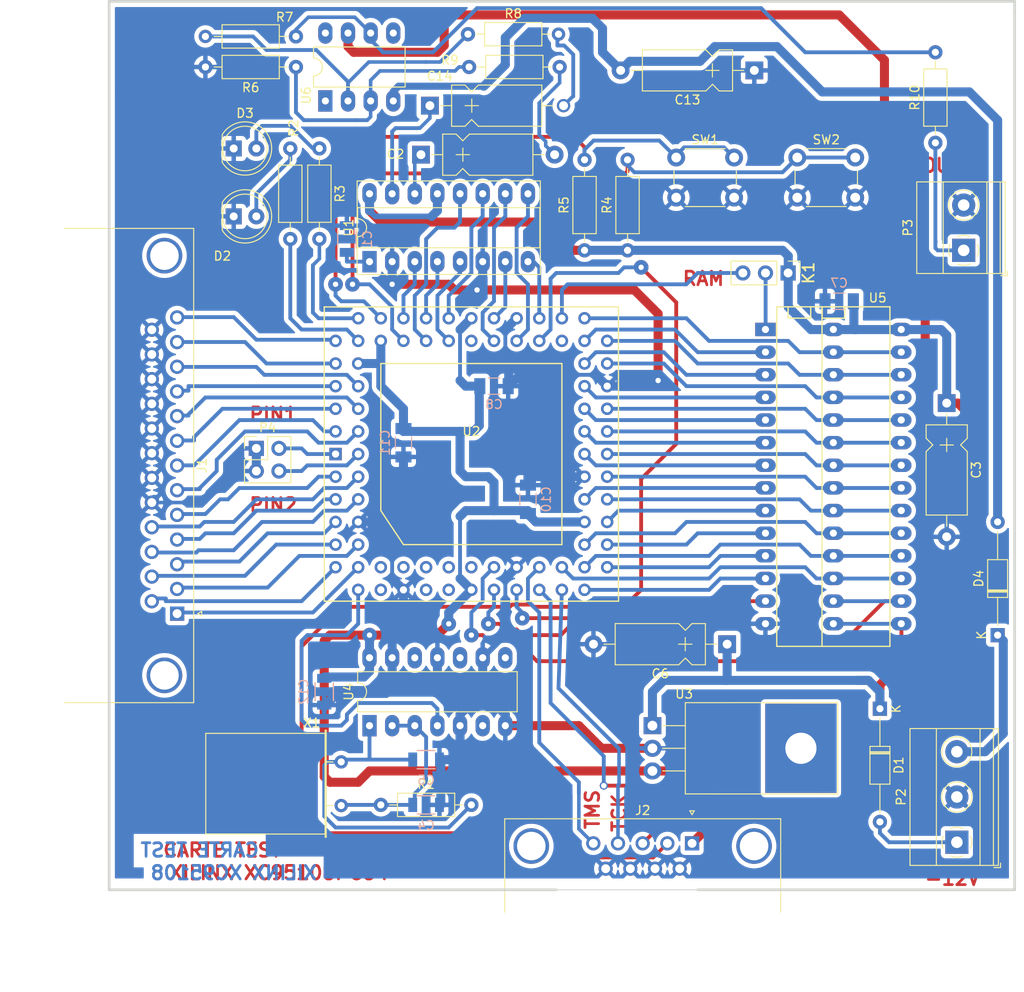
<source format=kicad_pcb>
(kicad_pcb (version 20210228) (generator pcbnew)
  (title_block (title "CARTE TEST XILINX XC95108") (rev "0"))
  (layers (0 "F.Cu" signal) (31 "B.Cu" signal) (34 "B.Paste" user) (35 "F.Paste" user) (36 "B.SilkS" user "B.Silkscreen") (37 "F.SilkS" user "F.Silkscreen") (38 "B.Mask" user) (39 "F.Mask" user) (44 "Edge.Cuts" user))
  (net 0 "")
  (net 1 "+12V")
  (net 2 "-12V")
  (net 3 "/CSMEM")
  (net 4 "/DAT0")
  (net 5 "/DAT1")
  (net 6 "/DAT2")
  (net 7 "/DAT3")
  (net 8 "/DAT4")
  (net 9 "/DAT5")
  (net 10 "/DAT6")
  (net 11 "/DAT7")
  (net 12 "/DCLK")
  (net 13 "/LED1")
  (net 14 "/LED2")
  (net 15 "/MA0")
  (net 16 "/MA1")
  (net 17 "/MA2")
  (net 18 "/MA3")
  (net 19 "/MA4")
  (net 20 "/MA5")
  (net 21 "/MA6")
  (net 22 "/MA7")
  (net 23 "/MD0")
  (net 24 "/MD1")
  (net 25 "/MD10")
  (net 26 "/MD11")
  (net 27 "/MD12")
  (net 28 "/MD13")
  (net 29 "/MD14")
  (net 30 "/MD2")
  (net 31 "/MD3")
  (net 32 "/MD4")
  (net 33 "/MD5")
  (net 34 "/MD6")
  (net 35 "/MD7")
  (net 36 "/MD8")
  (net 37 "/MD9")
  (net 38 "/OEMEM")
  (net 39 "/PARBUS0")
  (net 40 "/PARBUS1")
  (net 41 "/PARBUS2")
  (net 42 "/PARBUS3")
  (net 43 "/PARBUS4")
  (net 44 "/PARBUS5")
  (net 45 "/PARBUS6")
  (net 46 "/PARBUS7")
  (net 47 "/PAR_AUX0{slash}STROBE*")
  (net 48 "/PAR_AUX6{slash}ACK")
  (net 49 "/PAR_AUX5{slash}BUSY*")
  (net 50 "/PAR_AUX4{slash}PE")
  (net 51 "/PAR_AUX3{slash}SELECT*")
  (net 52 "/PAR_AUX2{slash}AUTOLF*")
  (net 53 "/PAR_AUX1{slash}ERROR*")
  (net 54 "/PAR_AUX7{slash}INIT")
  (net 55 "/PAR_AUX8{slash}SELECT")
  (net 56 "/PIN_TEST0")
  (net 57 "/PIN_TEST1")
  (net 58 "/XIN{slash}CLK")
  (net 59 "/SW0")
  (net 60 "/SW1")
  (net 61 "/TCK")
  (net 62 "/TDI")
  (net 63 "/TDO")
  (net 64 "/TMS")
  (net 66 "GND")
  (net 67 "Net-(C1-Pad1)")
  (net 68 "Net-(C14-Pad1)")
  (net 69 "Net-(C14-Pad2)")
  (net 70 "Net-(C2-Pad1)")
  (net 71 "Net-(C2-Pad2)")
  (net 72 "Net-(C4-Pad1)")
  (net 73 "Net-(C5-Pad1)")
  (net 74 "Net-(K1-Pad2)")
  (net 75 "Net-(P3-Pad1)")
  (net 76 "Net-(R10-Pad2)")
  (net 77 "Net-(R6-Pad1)")
  (net 78 "Net-(R7-Pad2)")
  (net 79 "VCC")
  (net 80 "/+12BATT")
  (net 81 "/-12BATT")
  (net 82 "Net-(D2-Pad2)")
  (net 83 "Net-(D3-Pad2)")
  (net 91 "/R{slash}W-A14")
  (footprint "Diode_THT:D_DO-35_SOD27_P12.70mm_Horizontal" (layer "F.Cu") (at 181.102 115.57 -90)
    (fp_text reference "D1")
    (fp_text value "1N4004")
  )
  (footprint "Diode_THT:D_DO-35_SOD27_P12.70mm_Horizontal" (layer "F.Cu") (at 194.31 107.315 90)
    (fp_text reference "D4")
    (fp_text value "1N4004")
  )
  (footprint "Button_Switch_THT:SW_PUSH_6mm_h4.3mm" (layer "F.Cu") (at 158.242 53.721)
    (fp_text reference "SW1")
    (fp_text value "SW_PUSH")
  )
  (footprint "Sockets:PLCC84" (layer "F.Cu") (at 135.255 86.995)
    (fp_text reference "U2")
    (fp_text value "XC95108PC84")
  )
  (footprint "Package_DIP:DIP-14_W7.62mm_LongPads" (layer "F.Cu") (at 123.825 117.475 90)
    (fp_text reference "U4")
    (fp_text value "74HC04")
  )
  (footprint "Connector_PinHeader_2.54mm:PinHeader_2x02_P2.54mm_Vertical" (layer "F.Cu") (at 111.125 86.36)
    (fp_text reference "P4")
    (fp_text value "CONN_2X2")
  )
  (footprint "Connector_PinHeader_2.54mm:PinHeader_1x03_P2.54mm_Vertical" (layer "F.Cu") (at 170.8 66.675 -90)
    (fp_text reference "K1")
    (fp_text value "CONN_3" hide)
  )
  (footprint "Resistor_THT:R_Axial_DIN0207_L6.3mm_D2.5mm_P10.16mm_Horizontal" (layer "F.Cu") (at 114.935 52.705 -90)
    (fp_text reference "R2")
    (fp_text value "330")
  )
  (footprint "Resistor_THT:R_Axial_DIN0207_L6.3mm_D2.5mm_P10.16mm_Horizontal" (layer "F.Cu") (at 134.874 39.878)
    (fp_text reference "R8")
    (fp_text value "2,2K")
  )
  (footprint "Resistor_THT:R_Axial_DIN0207_L6.3mm_D2.5mm_P10.16mm_Horizontal" (layer "F.Cu") (at 187.325 52.07 90)
    (fp_text reference "R10")
    (fp_text value "75")
  )
  (footprint "Resistor_THT:R_Axial_DIN0207_L6.3mm_D2.5mm_P10.16mm_Horizontal" (layer "F.Cu") (at 135.001 43.561)
    (fp_text reference "R9")
    (fp_text value "2,2K")
  )
  (footprint "Resistor_THT:R_Axial_DIN0207_L6.3mm_D2.5mm_P10.16mm_Horizontal" (layer "F.Cu") (at 125.095 126.365)
    (fp_text reference "R1")
    (fp_text value "100K")
  )
  (footprint "Resistor_THT:R_Axial_DIN0207_L6.3mm_D2.5mm_P10.16mm_Horizontal" (layer "F.Cu") (at 147.955 64.135 90)
    (fp_text reference "R5")
    (fp_text value "4,7K")
  )
  (footprint "Resistor_THT:R_Axial_DIN0207_L6.3mm_D2.5mm_P10.16mm_Horizontal" (layer "F.Cu") (at 115.57 43.561 180)
    (fp_text reference "R6")
    (fp_text value "1,1k")
  )
  (footprint "Resistor_THT:R_Axial_DIN0207_L6.3mm_D2.5mm_P10.16mm_Horizontal" (layer "F.Cu") (at 118.2 52.7 -90)
    (fp_text reference "R3")
    (fp_text value "330")
  )
  (footprint "Package_DIP:DIP-16_W7.62mm_Socket_LongPads" (layer "F.Cu") (at 123.825 65.405 90)
    (fp_text reference "U1")
    (fp_text value "TDA8702")
  )
  (footprint "Crystal:Crystal_HC18-U_Horizontal" (layer "F.Cu") (at 120.65 121.539 -90)
    (fp_text reference "X1")
    (fp_text value "10MHz")
  )
  (footprint "Resistor_THT:R_Axial_DIN0207_L6.3mm_D2.5mm_P10.16mm_Horizontal" (layer "F.Cu") (at 152.781 64.135 90)
    (fp_text reference "R4")
    (fp_text value "4,7K")
  )
  (footprint "Resistor_THT:R_Axial_DIN0207_L6.3mm_D2.5mm_P10.16mm_Horizontal" (layer "F.Cu") (at 115.57 40.132 180)
    (fp_text reference "R7")
    (fp_text value "1,1K")
  )
  (footprint "LED_THT:LED_D5.0mm" (layer "F.Cu") (at 108.585 52.705)
    (fp_text reference "D3")
    (fp_text value "LED")
  )
  (footprint "LED_THT:LED_D5.0mm" (layer "F.Cu") (at 108.585 60.325)
    (fp_text reference "D2")
    (fp_text value "LED")
  )
  (footprint "Package_DIP:DIP-8_W7.62mm_LongPads" (layer "F.Cu") (at 118.872 47.371 90)
    (fp_text reference "U6")
    (fp_text value "LM318N")
  )
  (footprint "Connector_Dsub:DSUB-25_Female_Horizontal_P2.77x2.84mm_EdgePinOffset9.90mm_Housed_MountingHolesOffset11.32mm" (layer "F.Cu") (at 102.235 104.902 -90)
    (fp_text reference "J1")
    (fp_text value "DB25")
  )
  (footprint "Package_TO_SOT_THT:TO-220-3_Horizontal_TabDown" (layer "F.Cu") (at 155.575 117.475 -90)
    (fp_text reference "U3")
    (fp_text value "LM7805")
  )
  (footprint "Connector_Dsub:DSUB-9_Female_Horizontal_P2.77x2.84mm_EdgePinOffset4.94mm_Housed_MountingHolesOffset7.48mm" (layer "F.Cu") (at 160.02 130.683)
    (fp_text reference "J2")
    (fp_text value "DB9FEM")
  )
  (footprint "TerminalBlock_Phoenix:TerminalBlock_Phoenix_MKDS-1,5-3-5.08_1x03_P5.08mm_Horizontal" (layer "F.Cu") (at 189.738 130.556 90)
    (fp_text reference "P2")
    (fp_text value "CONN_3")
  )
  (footprint "TerminalBlock_Phoenix:TerminalBlock_Phoenix_MKDS-1,5-2-5.08_1x02_P5.08mm_Horizontal" (layer "F.Cu") (at 190.5 64.135 90)
    (fp_text reference "P3")
    (fp_text value "CONN_2")
  )
  (footprint "Capacitor_THT:CP_Axial_L10.0mm_D4.5mm_P15.00mm_Horizontal" (layer "F.Cu") (at 167.005 43.942 180)
    (fp_text reference "C13")
    (fp_text value "10uF")
  )
  (footprint "Capacitor_THT:CP_Axial_L10.0mm_D4.5mm_P15.00mm_Horizontal" (layer "F.Cu") (at 163.957 108.331 180)
    (fp_text reference "C6")
    (fp_text value "47uF")
  )
  (footprint "Capacitor_THT:CP_Axial_L10.0mm_D4.5mm_P15.00mm_Horizontal" (layer "F.Cu") (at 188.595 81.28 -90)
    (fp_text reference "C3")
    (fp_text value "10uF")
  )
  (footprint "Capacitor_THT:CP_Axial_L10.0mm_D4.5mm_P15.00mm_Horizontal" (layer "F.Cu") (at 129.6 53.4)
    (fp_text reference "C2")
    (fp_text value "10uF")
  )
  (footprint "Button_Switch_THT:SW_PUSH_6mm_h4.3mm" (layer "F.Cu") (at 171.831 53.721)
    (fp_text reference "SW2")
    (fp_text value "SW_PUSH")
  )
  (footprint "Sockets_DIP:DIP-28__300__600_ELL" (layer "F.Cu") (at 168.275 73.025)
    (fp_text reference "U5")
    (fp_text value "RAM_32KO")
  )
  (footprint "Capacitor_THT:CP_Axial_L10.0mm_D4.5mm_P15.00mm_Horizontal" (layer "F.Cu") (at 130.6 47.9)
    (fp_text reference "C14")
    (fp_text value "10uF")
  )
  (footprint "Capacitors_SMD:C_1206" (layer "B.Cu") (at 121.285 62.865 90)
    (fp_text reference "C1")
    (fp_text value "100nF")
  )
  (footprint "Capacitors_SMD:C_1206" (layer "B.Cu") (at 130.175 126.365)
    (fp_text reference "C4")
    (fp_text value "22pF")
  )
  (footprint "Capacitors_SMD:C_1206" (layer "B.Cu") (at 130.175 121.285)
    (fp_text reference "C5")
    (fp_text value "22pF")
  )
  (footprint "Capacitors_SMD:C_1206" (layer "B.Cu") (at 118.745 113.665 -90)
    (fp_text reference "C12")
    (fp_text value "100nF")
  )
  (footprint "Capacitor_SMD:C_1206_3216Metric_Pad1.24x1.80mm_HandSolder" (layer "B.Cu") (at 127.635 85.725 -90)
    (fp_text reference "C11")
    (fp_text value "100nF")
  )
  (footprint "Capacitor_SMD:C_1206_3216Metric_Pad1.24x1.80mm_HandSolder" (layer "B.Cu") (at 141.605 92.075 90)
    (fp_text reference "C10")
    (fp_text value "100nF")
  )
  (footprint "Capacitor_SMD:C_1206_3216Metric_Pad1.24x1.80mm_HandSolder" (layer "B.Cu") (at 137.795 79.375)
    (fp_text reference "C8")
    (fp_text value "100nF")
  )
  (footprint "Capacitor_SMD:C_1206_3216Metric_Pad1.24x1.80mm_HandSolder" (layer "B.Cu") (at 176.53 69.85 180)
    (fp_text reference "C7")
    (fp_text value "100nF")
  )
  (gr_line (start 196.215 37.465) (end 196.215 36.195) (angle 90) (layer "Edge.Cuts") (width 0.3048))
  (gr_line (start 94.615 46.355) (end 94.615 53.975) (angle 90) (layer "Edge.Cuts") (width 0.3048))
  (gr_line (start 196.215 36.195) (end 94.615 36.195) (angle 90) (layer "Edge.Cuts") (width 0.3048))
  (gr_line (start 196.215 135.89) (end 194.945 135.89) (angle 90) (layer "Edge.Cuts") (width 0.3048))
  (gr_line (start 160.655 135.89) (end 192.405 135.89) (angle 90) (layer "Edge.Cuts") (width 0.3048))
  (gr_line (start 94.615 53.975) (end 94.615 132.715) (angle 90) (layer "Edge.Cuts") (width 0.3048))
  (gr_line (start 94.615 132.715) (end 94.615 133.985) (angle 90) (layer "Edge.Cuts") (width 0.3048))
  (gr_line (start 94.615 36.195) (end 94.615 46.355) (angle 90) (layer "Edge.Cuts") (width 0.3048))
  (gr_line (start 192.405 135.89) (end 194.945 135.89) (angle 90) (layer "Edge.Cuts") (width 0.3048))
  (gr_line (start 196.215 37.465) (end 196.215 135.89) (angle 90) (layer "Edge.Cuts") (width 0.3048))
  (gr_line (start 94.615 133.985) (end 94.615 135.89) (angle 90) (layer "Edge.Cuts") (width 0.3048))
  (gr_line (start 94.615 135.89) (end 144.78 135.89) (angle 90) (layer "Edge.Cuts") (width 0.3048))
  (gr_line (start 144.78 135.89) (end 160.655 135.89) (angle 90) (layer "Edge.Cuts") (width 0.1))
  (gr_text "TCK" (at 151.83866 127.254 90) (layer "F.Cu") (effects (font (size 1.524 1.524) (thickness 0.3048))))
  (gr_text "XILINX XC95108PC84" (at 113.665 133.985) (layer "F.Cu") (effects (font (size 1.524 1.524) (thickness 0.3048))))
  (gr_text "ROM" (at 176.53 67.31) (layer "F.Cu") (effects (font (size 1.524 1.524) (thickness 0.3048))))
  (gr_text "GND" (at 187.325 68.58) (layer "F.Cu") (effects (font (size 1.524 1.524) (thickness 0.3048))))
  (gr_text "GND" (at 183.388 124.841 90) (layer "F.Cu") (effects (font (size 1.524 1.524) (thickness 0.3048))))
  (gr_text "VOUT" (at 187.325 54.61) (layer "F.Cu") (effects (font (size 1.524 1.524) (thickness 0.3048))))
  (gr_text "VCC" (at 160.02 126.873 90) (layer "F.Cu") (effects (font (size 1.524 1.524) (thickness 0.3048))))
  (gr_text "PIN1" (at 113.03 82.55) (layer "F.Cu") (effects (font (size 1.524 1.524) (thickness 0.3048))))
  (gr_text "TDO" (at 157.55366 126.873 90) (layer "F.Cu") (effects (font (size 1.524 1.524) (thickness 0.3048))))
  (gr_text "TMS" (at 148.844 126.873 90) (layer "F.Cu") (effects (font (size 1.524 1.524) (thickness 0.3048))))
  (gr_text "+12V" (at 189.865 116.713) (layer "F.Cu") (effects (font (size 1.524 1.524) (thickness 0.3048))))
  (gr_text "PIN2" (at 113.03 92.71) (layer "F.Cu") (effects (font (size 1.524 1.524) (thickness 0.3048))))
  (gr_text "-12V" (at 189.23 134.62) (layer "F.Cu") (effects (font (size 1.524 1.524) (thickness 0.3048))))
  (gr_text "RAM" (at 161.29 67.31) (layer "F.Cu") (effects (font (size 1.524 1.524) (thickness 0.3048))))
  (gr_text "CARTE TEST" (at 107.315 131.445) (layer "F.Cu") (effects (font (size 1.524 1.524) (thickness 0.3048))))
  (gr_text "TDI" (at 154.52725 126.873 90) (layer "F.Cu") (effects (font (size 1.27 1.524) (thickness 0.3048))))
  (gr_text "XILINX XC95108" (at 108.585 133.985) (layer "B.Cu") (effects (font (size 1.524 1.524) (thickness 0.3048)) (justify mirror)))
  (gr_text "CARTE TEST" (at 104.775 131.445) (layer "B.Cu") (effects (font (size 1.524 1.524) (thickness 0.3048)) (justify mirror)))
  (segment (start 121.412 41.275) (end 121.412 39.751) (width 1.016) (layer "F.Cu") (net 1))
  (segment (start 181.102 115.57) (end 181.102 112.903) (width 1.016) (layer "F.Cu") (net 1))
  (segment (start 181.61 42.799) (end 176.53 37.719) (width 1.016) (layer "F.Cu") (net 1))
  (segment (start 132.842 37.719) (end 132.207 38.354) (width 1.016) (layer "F.Cu") (net 1))
  (segment (start 186.182 71.247) (end 181.61 66.675) (width 1.016) (layer "F.Cu") (net 1))
  (segment (start 181.102 112.903) (end 186.182 107.823) (width 1.016) (layer "F.Cu") (net 1))
  (segment (start 122.047 41.91) (end 121.412 41.275) (width 1.016) (layer "F.Cu") (net 1))
  (segment (start 176.53 37.719) (end 132.842 37.719) (width 1.016) (layer "F.Cu") (net 1))
  (segment (start 186.182 107.823) (end 186.182 71.247) (width 1.016) (layer "F.Cu") (net 1))
  (segment (start 132.207 41.148) (end 131.445 41.91) (width 1.016) (layer "F.Cu") (net 1))
  (segment (start 132.207 38.354) (end 132.207 41.148) (width 1.016) (layer "F.Cu") (net 1))
  (segment (start 181.61 66.675) (end 181.61 42.799) (width 1.016) (layer "F.Cu") (net 1))
  (segment (start 131.445 41.91) (end 122.047 41.91) (width 1.016) (layer "F.Cu") (net 1))
  (segment (start 178.562 112.395) (end 179.705 112.395) (width 1.016) (layer "B.Cu") (net 1))
  (segment (start 178.562 112.395) (end 179.832 112.395) (width 1.016) (layer "B.Cu") (net 1))
  (segment (start 155.575 113.665) (end 155.575 117.475) (width 1.016) (layer "B.Cu") (net 1))
  (segment (start 181.102 113.665) (end 181.102 115.57) (width 1.016) (layer "B.Cu") (net 1))
  (segment (start 179.832 112.395) (end 181.102 113.665) (width 1.016) (layer "B.Cu") (net 1))
  (segment (start 156.845 112.395) (end 155.575 113.665) (width 1.016) (layer "B.Cu") (net 1))
  (segment (start 163.83 112.395) (end 163.957 112.268) (width 1.016) (layer "B.Cu") (net 1))
  (segment (start 163.83 112.395) (end 178.562 112.395) (width 1.016) (layer "B.Cu") (net 1))
  (segment (start 163.957 112.268) (end 163.957 108.331) (width 1.016) (layer "B.Cu") (net 1))
  (segment (start 163.83 112.395) (end 156.845 112.395) (width 1.016) (layer "B.Cu") (net 1))
  (segment (start 149.973 41.91) (end 149.973 39.229) (width 1.016) (layer "B.Cu") (net 2))
  (segment (start 160.909 42.926) (end 162.56 41.275) (width 1.016) (layer "B.Cu") (net 2))
  (segment (start 149.973 39.229) (end 148.844 38.1) (width 1.016) (layer "B.Cu") (net 2))
  (segment (start 127.08 45.72) (end 136.652 45.72) (width 0.8) (layer "B.Cu") (net 2))
  (segment (start 126.492 46.308) (end 127.08 45.72) (width 0.8) (layer "B.Cu") (net 2))
  (segment (start 194.31 49.53) (end 191.135 46.355) (width 1.016) (layer "B.Cu") (net 2))
  (segment (start 141.224 38.1) (end 139.065 40.259) (width 1.016) (layer "B.Cu") (net 2))
  (segment (start 169.545 41.275) (end 174.625 46.355) (width 1.016) (layer "B.Cu") (net 2))
  (segment (start 139.065 40.259) (end 139.065 43.307) (width 1.016) (layer "B.Cu") (net 2))
  (segment (start 139.065 43.307) (end 136.652 45.72) (width 1.016) (layer "B.Cu") (net 2))
  (segment (start 174.625 46.355) (end 191.135 46.355) (width 1.016) (layer "B.Cu") (net 2))
  (segment (start 162.56 41.275) (end 169.545 41.275) (width 1.016) (layer "B.Cu") (net 2))
  (segment (start 126.492 47.371) (end 126.492 46.308) (width 0.8) (layer "B.Cu") (net 2))
  (segment (start 160.909 42.926) (end 153.021 42.926) (width 1.016) (layer "B.Cu") (net 2))
  (segment (start 153.021 42.926) (end 152.005 43.942) (width 1.016) (layer "B.Cu") (net 2))
  (segment (start 194.31 94.615) (end 194.31 49.53) (width 1.016) (layer "B.Cu") (net 2))
  (segment (start 148.844 38.1) (end 141.224 38.1) (width 1.016) (layer "B.Cu") (net 2))
  (segment (start 152.005 43.942) (end 149.973 41.91) (width 1.016) (layer "B.Cu") (net 2))
  (segment (start 183.515 93.345) (end 175.895 93.345) (width 0.4318) (layer "B.Cu") (net 3))
  (segment (start 175.895 93.345) (end 173.355 93.345) (width 0.4318) (layer "B.Cu") (net 3))
  (segment (start 173.355 93.345) (end 172.085 92.075) (width 0.4318) (layer "B.Cu") (net 3))
  (segment (start 150.495 92.075) (end 172.085 92.075) (width 0.4318) (layer "B.Cu") (net 3))
  (segment (start 130.175 67.945) (end 130.175 62.865) (width 0.4318) (layer "B.Cu") (net 4))
  (segment (start 133.35 61.595) (end 133.985 60.96) (width 0.4318) (layer "B.Cu") (net 4))
  (segment (start 133.985 60.96) (end 133.985 57.785) (width 0.4318) (layer "B.Cu") (net 4))
  (segment (start 128.905 69.215) (end 130.175 67.945) (width 0.4318) (layer "B.Cu") (net 4))
  (segment (start 131.445 61.595) (end 133.35 61.595) (width 0.4318) (layer "B.Cu") (net 4))
  (segment (start 130.175 62.865) (end 131.445 61.595) (width 0.4318) (layer "B.Cu") (net 4))
  (segment (start 130.175 74.295) (end 128.905 73.025) (width 0.4318) (layer "B.Cu") (net 4))
  (segment (start 128.905 73.025) (end 128.905 69.215) (width 0.4318) (layer "B.Cu") (net 4))
  (segment (start 135.255 61.595) (end 136.525 60.325) (width 0.4318) (layer "B.Cu") (net 5))
  (segment (start 132.715 69.215) (end 135.255 66.675) (width 0.4318) (layer "B.Cu") (net 5))
  (segment (start 136.525 57.785) (end 136.525 60.325) (width 0.4318) (layer "B.Cu") (net 5))
  (segment (start 135.255 61.595) (end 135.255 66.675) (width 0.4318) (layer "B.Cu") (net 5))
  (segment (start 132.715 69.215) (end 132.715 71.755) (width 0.4318) (layer "B.Cu") (net 5))
  (segment (start 128.905 67.945) (end 127.635 69.215) (width 0.4318) (layer "B.Cu") (net 6))
  (segment (start 128.905 65.405) (end 128.905 67.945) (width 0.4318) (layer "B.Cu") (net 6))
  (segment (start 127.635 69.215) (end 127.635 71.755) (width 0.4318) (layer "B.Cu") (net 6))
  (segment (start 130.175 69.215) (end 131.445 67.945) (width 0.4318) (layer "B.Cu") (net 7))
  (segment (start 130.175 71.755) (end 130.175 69.215) (width 0.4318) (layer "B.Cu") (net 7))
  (segment (start 131.445 67.945) (end 131.445 65.405) (width 0.4318) (layer "B.Cu") (net 7))
  (segment (start 139.065 60.325) (end 137.795 61.595) (width 0.4318) (layer "B.Cu") (net 8))
  (segment (start 136.525 71.12) (end 137.795 69.85) (width 0.4318) (layer "B.Cu") (net 8))
  (segment (start 139.065 57.785) (end 139.065 60.325) (width 0.4318) (layer "B.Cu") (net 8))
  (segment (start 137.795 69.85) (end 137.795 61.595) (width 0.4318) (layer "B.Cu") (net 8))
  (segment (start 136.525 73.025) (end 137.795 74.295) (width 0.4318) (layer "B.Cu") (net 8))
  (segment (start 136.525 71.12) (end 136.525 73.025) (width 0.4318) (layer "B.Cu") (net 8))
  (segment (start 140.335 74.295) (end 141.605 73.025) (width 0.4318) (layer "B.Cu") (net 9))
  (segment (start 141.605 57.785) (end 141.605 60.325) (width 0.4318) (layer "B.Cu") (net 9))
  (segment (start 141.605 67.945) (end 140.335 66.675) (width 0.4318) (layer "B.Cu") (net 9))
  (segment (start 141.605 60.325) (end 140.335 61.595) (width 0.4318) (layer "B.Cu") (net 9))
  (segment (start 140.335 61.595) (end 140.335 66.675) (width 0.4318) (layer "B.Cu") (net 9))
  (segment (start 141.605 73.025) (end 141.605 67.945) (width 0.4318) (layer "B.Cu") (net 9))
  (segment (start 142.875 71.755) (end 142.875 66.04) (width 0.4318) (layer "B.Cu") (net 10))
  (segment (start 142.875 66.04) (end 142.24 65.405) (width 0.4318) (layer "B.Cu") (net 10))
  (segment (start 142.24 65.405) (end 141.605 65.405) (width 0.4318) (layer "B.Cu") (net 10))
  (segment (start 139.065 70.485) (end 137.795 71.755) (width 0.4318) (layer "B.Cu") (net 11))
  (segment (start 139.065 65.405) (end 139.065 70.485) (width 0.4318) (layer "B.Cu") (net 11))
  (segment (start 133.985 66.675) (end 133.985 65.405) (width 0.4318) (layer "B.Cu") (net 12))
  (segment (start 131.445 69.215) (end 133.985 66.675) (width 0.4318) (layer "B.Cu") (net 12))
  (segment (start 131.445 73.025) (end 131.445 69.215) (width 0.4318) (layer "B.Cu") (net 12))
  (segment (start 132.715 74.295) (end 131.445 73.025) (width 0.4318) (layer "B.Cu") (net 12))
  (segment (start 116.205 73.025) (end 114.935 71.755) (width 0.4318) (layer "B.Cu") (net 13))
  (segment (start 114.935 62.865) (end 114.935 71.755) (width 0.4318) (layer "B.Cu") (net 13))
  (segment (start 121.285 73.025) (end 122.555 74.295) (width 0.4318) (layer "B.Cu") (net 13))
  (segment (start 116.205 73.025) (end 121.285 73.025) (width 0.4318) (layer "B.Cu") (net 13))
  (segment (start 117.475 71.12) (end 118.11 71.755) (width 0.4318) (layer "B.Cu") (net 14))
  (segment (start 118.2 62.86) (end 118.2 65.075) (width 0.4) (layer "B.Cu") (net 14))
  (segment (start 117.475 65.8) (end 117.475 71.12) (width 0.4318) (layer "B.Cu") (net 14))
  (segment (start 118.2 65.075) (end 117.475 65.8) (width 0.4) (layer "B.Cu") (net 14))
  (segment (start 118.11 71.755) (end 122.555 71.755) (width 0.4318) (layer "B.Cu") (net 14))
  (segment (start 161.925 99.695) (end 163.195 98.425) (width 0.4318) (layer "B.Cu") (net 15))
  (segment (start 150.495 99.695) (end 161.925 99.695) (width 0.4318) (layer "B.Cu") (net 15))
  (segment (start 163.195 98.425) (end 168.275 98.425) (width 0.4318) (layer "B.Cu") (net 15))
  (segment (start 161.925 102.235) (end 163.195 100.965) (width 0.4318) (layer "B.Cu") (net 16))
  (segment (start 163.195 100.965) (end 168.275 100.965) (width 0.4318) (layer "B.Cu") (net 16))
  (segment (start 147.955 102.235) (end 161.925 102.235) (width 0.4318) (layer "B.Cu") (net 16))
  (segment (start 161.925 105.41) (end 163.83 103.505) (width 0.4318) (layer "F.Cu") (net 17))
  (segment (start 140.97 105.41) (end 161.925 105.41) (width 0.4318) (layer "F.Cu") (net 17))
  (segment (start 163.83 103.505) (end 168.275 103.505) (width 0.4318) (layer "F.Cu") (net 17))
  (via (at 140.97 105.41) (size 1.651) (drill 0.6) (layers "F.Cu" "B.Cu") (net 17))
  (segment (start 140.335 102.235) (end 140.335 104.14) (width 0.4318) (layer "B.Cu") (net 17))
  (segment (start 140.97 104.775) (end 140.97 105.41) (width 0.4318) (layer "B.Cu") (net 17))
  (segment (start 140.335 104.14) (end 140.97 104.775) (width 0.4318) (layer "B.Cu") (net 17))
  (segment (start 169.926 109.22) (end 182.88 109.22) (width 0.4318) (layer "F.Cu") (net 18))
  (segment (start 137.16 107.95) (end 140.335 107.95) (width 0.4318) (layer "F.Cu") (net 18))
  (segment (start 183.515 108.585) (end 183.515 106.045) (width 0.4318) (layer "F.Cu") (net 18))
  (segment (start 140.335 107.95) (end 142.621 110.236) (width 0.4318) (layer "F.Cu") (net 18))
  (segment (start 168.91 110.236) (end 169.926 109.22) (width 0.4318) (layer "F.Cu") (net 18))
  (segment (start 136.525 107.315) (end 137.16 107.95) (width 0.4318) (layer "F.Cu") (net 18))
  (segment (start 135.255 107.315) (end 136.525 107.315) (width 0.4318) (layer "F.Cu") (net 18))
  (segment (start 182.88 109.22) (end 183.515 108.585) (width 0.4318) (layer "F.Cu") (net 18))
  (segment (start 142.621 110.236) (end 168.91 110.236) (width 0.4318) (layer "F.Cu") (net 18))
  (via (at 135.255 107.315) (size 1.651) (drill 0.6) (layers "F.Cu" "B.Cu") (net 18))
  (segment (start 136.525 100.965) (end 137.795 99.695) (width 0.4318) (layer "B.Cu") (net 18))
  (segment (start 135.255 107.315) (end 135.255 104.775) (width 0.4318) (layer "B.Cu") (net 18))
  (segment (start 136.525 103.505) (end 136.525 100.965) (width 0.4318) (layer "B.Cu") (net 18))
  (segment (start 135.255 104.775) (end 136.525 103.505) (width 0.4318) (layer "B.Cu") (net 18))
  (segment (start 175.895 106.045) (end 183.515 106.045) (width 0.4318) (layer "B.Cu") (net 18))
  (segment (start 166.751 107.95) (end 177.165 107.95) (width 0.4318) (layer "F.Cu") (net 19))
  (segment (start 139.065 106.68) (end 140.335 106.68) (width 0.4318) (layer "F.Cu") (net 19))
  (segment (start 177.165 107.95) (end 181.61 103.505) (width 0.4318) (layer "F.Cu") (net 19))
  (segment (start 140.97 107.315) (end 145.288 107.315) (width 0.4318) (layer "F.Cu") (net 19))
  (segment (start 137.16 106.045) (end 138.43 106.045) (width 0.4318) (layer "F.Cu") (net 19))
  (segment (start 145.288 107.315) (end 146.177 106.426) (width 0.4318) (layer "F.Cu") (net 19))
  (segment (start 146.177 106.426) (end 165.227 106.426) (width 0.4318) (layer "F.Cu") (net 19))
  (segment (start 140.335 106.68) (end 140.97 107.315) (width 0.4318) (layer "F.Cu") (net 19))
  (segment (start 181.61 103.505) (end 183.515 103.505) (width 0.4318) (layer "F.Cu") (net 19))
  (segment (start 138.43 106.045) (end 139.065 106.68) (width 0.4318) (layer "F.Cu") (net 19))
  (segment (start 165.227 106.426) (end 166.751 107.95) (width 0.4318) (layer "F.Cu") (net 19))
  (via (at 137.16 106.045) (size 1.651) (drill 0.6) (layers "F.Cu" "B.Cu") (net 19))
  (segment (start 137.795 104.14) (end 137.16 104.775) (width 0.4318) (layer "B.Cu") (net 19))
  (segment (start 137.795 104.14) (end 137.795 102.235) (width 0.4318) (layer "B.Cu") (net 19))
  (segment (start 183.515 103.505) (end 175.895 103.505) (width 0.4318) (layer "B.Cu") (net 19))
  (segment (start 137.16 104.775) (end 137.16 106.045) (width 0.4318) (layer "B.Cu") (net 19))
  (segment (start 161.925 100.965) (end 163.195 99.695) (width 0.4318) (layer "B.Cu") (net 20))
  (segment (start 175.895 100.965) (end 173.99 100.965) (width 0.4318) (layer "B.Cu") (net 20))
  (segment (start 163.195 99.695) (end 172.72 99.695) (width 0.4318) (layer "B.Cu") (net 20))
  (segment (start 173.99 100.965) (end 172.72 99.695) (width 0.4318) (layer "B.Cu") (net 20))
  (segment (start 145.415 99.695) (end 146.685 100.965) (width 0.4318) (layer "B.Cu") (net 20))
  (segment (start 175.895 100.965) (end 183.515 100.965) (width 0.4318) (layer "B.Cu") (net 20))
  (segment (start 146.685 100.965) (end 161.925 100.965) (width 0.4318) (layer "B.Cu") (net 20))
  (segment (start 183.515 98.425) (end 175.895 98.425) (width 0.4318) (layer "B.Cu") (net 21))
  (segment (start 175.895 98.425) (end 173.355 98.425) (width 0.4318) (layer "B.Cu") (net 21))
  (segment (start 149.225 98.425) (end 161.925 98.425) (width 0.4318) (layer "B.Cu") (net 21))
  (segment (start 161.925 98.425) (end 163.195 97.155) (width 0.4318) (layer "B.Cu") (net 21))
  (segment (start 163.195 97.155) (end 172.085 97.155) (width 0.4318) (layer "B.Cu") (net 21))
  (segment (start 147.955 99.695) (end 149.225 98.425) (width 0.4318) (layer "B.Cu") (net 21))
  (segment (start 173.355 98.425) (end 172.085 97.155) (width 0.4318) (layer "B.Cu") (net 21))
  (segment (start 149.225 95.885) (end 158.115 95.885) (width 0.4318) (layer "B.Cu") (net 22))
  (segment (start 158.115 95.885) (end 159.385 94.615) (width 0.4318) (layer "B.Cu") (net 22))
  (segment (start 147.955 97.155) (end 149.225 95.885) (width 0.4318) (layer "B.Cu") (net 22))
  (segment (start 173.99 95.885) (end 172.72 94.615) (width 0.4318) (layer "B.Cu") (net 22))
  (segment (start 183.515 95.885) (end 175.895 95.885) (width 0.4318) (layer "B.Cu") (net 22))
  (segment (start 175.895 95.885) (end 173.99 95.885) (width 0.4318) (layer "B.Cu") (net 22))
  (segment (start 172.72 94.615) (end 159.385 94.615) (width 0.4318) (layer "B.Cu") (net 22))
  (segment (start 159.385 97.155) (end 160.655 95.885) (width 0.4318) (layer "B.Cu") (net 23))
  (segment (start 160.655 95.885) (end 168.275 95.885) (width 0.4318) (layer "B.Cu") (net 23))
  (segment (start 150.495 97.155) (end 159.385 97.155) (width 0.4318) (layer "B.Cu") (net 23))
  (segment (start 150.495 94.615) (end 151.765 93.345) (width 0.4318) (layer "B.Cu") (net 24))
  (segment (start 151.765 93.345) (end 168.275 93.345) (width 0.4318) (layer "B.Cu") (net 24))
  (segment (start 183.515 90.805) (end 175.895 90.805) (width 0.4318) (layer "B.Cu") (net 25))
  (segment (start 150.495 89.535) (end 172.72 89.535) (width 0.4318) (layer "B.Cu") (net 25))
  (segment (start 175.895 90.805) (end 173.99 90.805) (width 0.4318) (layer "B.Cu") (net 25))
  (segment (start 173.99 90.805) (end 172.72 89.535) (width 0.4318) (layer "B.Cu") (net 25))
  (segment (start 175.895 85.725) (end 183.515 85.725) (width 0.4318) (layer "B.Cu") (net 26))
  (segment (start 175.895 85.725) (end 173.99 85.725) (width 0.4318) (layer "B.Cu") (net 26))
  (segment (start 173.99 85.725) (end 172.72 84.455) (width 0.4318) (layer "B.Cu") (net 26))
  (segment (start 150.495 84.455) (end 172.72 84.455) (width 0.4318) (layer "B.Cu") (net 26))
  (segment (start 147.955 74.295) (end 149.225 73.025) (width 0.4318) (layer "B.Cu") (net 27))
  (segment (start 160.655 75.565) (end 168.275 75.565) (width 0.4318) (layer "B.Cu") (net 27))
  (segment (start 149.225 73.025) (end 158.115 73.025) (width 0.4318) (layer "B.Cu") (net 27))
  (segment (start 158.115 73.025) (end 160.655 75.565) (width 0.4318) (layer "B.Cu") (net 27))
  (segment (start 175.895 78.105) (end 183.515 78.105) (width 0.4318) (layer "B.Cu") (net 28))
  (segment (start 175.895 78.105) (end 172.085 78.105) (width 0.4318) (layer "B.Cu") (net 28))
  (segment (start 170.815 76.835) (end 172.085 78.105) (width 0.4318) (layer "B.Cu") (net 28))
  (segment (start 160.655 76.835) (end 170.815 76.835) (width 0.4318) (layer "B.Cu") (net 28))
  (segment (start 158.115 74.295) (end 160.655 76.835) (width 0.4318) (layer "B.Cu") (net 28))
  (segment (start 158.115 74.295) (end 150.495 74.295) (width 0.4318) (layer "B.Cu") (net 28))
  (segment (start 160.655 66.675) (end 165.735 66.675) (width 0.4318) (layer "B.Cu") (net 29))
  (segment (start 145.415 68.58) (end 146.05 67.945) (width 0.4318) (layer "B.Cu") (net 29))
  (segment (start 159.385 67.945) (end 160.655 66.675) (width 0.4318) (layer "B.Cu") (net 29))
  (segment (start 146.05 67.945) (end 159.385 67.945) (width 0.4318) (layer "B.Cu") (net 29))
  (segment (start 145.415 71.755) (end 145.415 68.58) (width 0.4318) (layer "B.Cu") (net 29))
  (segment (start 149.225 90.805) (end 168.275 90.805) (width 0.4318) (layer "B.Cu") (net 30))
  (segment (start 147.955 92.075) (end 149.225 90.805) (width 0.4318) (layer "B.Cu") (net 30))
  (segment (start 149.225 88.265) (end 168.275 88.265) (width 0.4318) (layer "B.Cu") (net 31))
  (segment (start 147.955 86.995) (end 149.225 88.265) (width 0.4318) (layer "B.Cu") (net 31))
  (segment (start 149.225 85.725) (end 147.955 84.455) (width 0.4318) (layer "B.Cu") (net 32))
  (segment (start 168.275 85.725) (end 149.225 85.725) (width 0.4318) (layer "B.Cu") (net 32))
  (segment (start 168.275 83.185) (end 149.225 83.185) (width 0.4318) (layer "B.Cu") (net 33))
  (segment (start 149.225 83.185) (end 147.955 81.915) (width 0.4318) (layer "B.Cu") (net 33))
  (segment (start 149.225 80.645) (end 168.275 80.645) (width 0.4318) (layer "B.Cu") (net 34))
  (segment (start 147.955 79.375) (end 149.225 80.645) (width 0.4318) (layer "B.Cu") (net 34))
  (segment (start 149.225 75.565) (end 147.955 76.835) (width 0.4318) (layer "B.Cu") (net 35))
  (segment (start 156.845 75.565) (end 149.225 75.565) (width 0.4318) (layer "B.Cu") (net 35))
  (segment (start 168.275 78.105) (end 159.385 78.105) (width 0.4318) (layer "B.Cu") (net 35))
  (segment (start 159.385 78.105) (end 156.845 75.565) (width 0.4318) (layer "B.Cu") (net 35))
  (segment (start 159.385 79.375) (end 172.72 79.375) (width 0.4318) (layer "B.Cu") (net 36))
  (segment (start 173.99 80.645) (end 172.72 79.375) (width 0.4318) (layer "B.Cu") (net 36))
  (segment (start 150.495 76.835) (end 156.845 76.835) (width 0.4318) (layer "B.Cu") (net 36))
  (segment (start 175.895 80.645) (end 173.99 80.645) (width 0.4318) (layer "B.Cu") (net 36))
  (segment (start 156.845 76.835) (end 159.385 79.375) (width 0.4318) (layer "B.Cu") (net 36))
  (segment (start 175.895 80.645) (end 183.515 80.645) (width 0.4318) (layer "B.Cu") (net 36))
  (segment (start 175.895 83.185) (end 183.515 83.185) (width 0.4318) (layer "B.Cu") (net 37))
  (segment (start 150.495 81.915) (end 172.72 81.915) (width 0.4318) (layer "B.Cu") (net 37))
  (segment (start 173.99 83.185) (end 172.72 81.915) (width 0.4318) (layer "B.Cu") (net 37))
  (segment (start 175.895 83.185) (end 173.99 83.185) (width 0.4318) (layer "B.Cu") (net 37))
  (segment (start 175.895 88.265) (end 173.99 88.265) (width 0.4318) (layer "B.Cu") (net 38))
  (segment (start 150.495 86.995) (end 172.72 86.995) (width 0.4318) (layer "B.Cu") (net 38))
  (segment (start 175.895 88.265) (end 183.515 88.265) (width 0.4318) (layer "B.Cu") (net 38))
  (segment (start 173.99 88.265) (end 172.72 86.995) (width 0.4318) (layer "B.Cu") (net 38))
  (segment (start 112.395 101.981) (end 115.951 98.425) (width 0.4318) (layer "B.Cu") (net 39))
  (segment (start 102.235 101.981) (end 112.395 101.981) (width 0.4318) (layer "B.Cu") (net 39))
  (segment (start 121.285 98.425) (end 122.555 97.155) (width 0.4318) (layer "B.Cu") (net 39))
  (segment (start 115.951 98.425) (end 121.285 98.425) (width 0.4318) (layer "B.Cu") (net 39))
  (segment (start 118.745 95.885) (end 120.015 94.615) (width 0.4318) (layer "B.Cu") (net 40))
  (segment (start 112.395 95.885) (end 109.22 99.06) (width 0.4318) (layer "B.Cu") (net 40))
  (segment (start 102.235 99.06) (end 102.235 99.314) (width 0.4318) (layer "B.Cu") (net 40))
  (segment (start 109.22 99.06) (end 102.235 99.06) (width 0.4318) (layer "B.Cu") (net 40))
  (segment (start 112.395 95.885) (end 118.745 95.885) (width 0.4318) (layer "B.Cu") (net 40))
  (segment (start 105.41 95.885) (end 108.585 95.885) (width 0.4318) (layer "B.Cu") (net 41))
  (segment (start 104.775 96.52) (end 105.41 95.885) (width 0.4318) (layer "B.Cu") (net 41))
  (segment (start 111.125 93.345) (end 117.475 93.345) (width 0.4318) (layer "B.Cu") (net 41))
  (segment (start 102.235 96.52) (end 104.775 96.52) (width 0.4318) (layer "B.Cu") (net 41))
  (segment (start 117.475 93.345) (end 118.745 92.075) (width 0.4318) (layer "B.Cu") (net 41))
  (segment (start 108.585 95.885) (end 111.125 93.345) (width 0.4318) (layer "B.Cu") (net 41))
  (segment (start 118.745 92.075) (end 120.015 92.075) (width 0.4318) (layer "B.Cu") (net 41))
  (segment (start 116.84 90.805) (end 118.11 89.535) (width 0.4318) (layer "B.Cu") (net 42))
  (segment (start 107.95 92.075) (end 109.22 90.805) (width 0.4318) (layer "B.Cu") (net 42))
  (segment (start 107.061 92.075) (end 107.95 92.075) (width 0.4318) (layer "B.Cu") (net 42))
  (segment (start 118.11 89.535) (end 120.015 89.535) (width 0.4318) (layer "B.Cu") (net 42))
  (segment (start 105.41 93.726) (end 107.061 92.075) (width 0.4318) (layer "B.Cu") (net 42))
  (segment (start 102.235 93.726) (end 105.41 93.726) (width 0.4318) (layer "B.Cu") (net 42))
  (segment (start 109.22 90.805) (end 116.84 90.805) (width 0.4318) (layer "B.Cu") (net 42))
  (segment (start 104.775 90.932) (end 104.775 90.805) (width 0.4318) (layer "B.Cu") (net 43))
  (segment (start 106.68 88.9) (end 106.68 87.63) (width 0.4318) (layer "B.Cu") (net 43))
  (segment (start 104.775 90.805) (end 106.68 88.9) (width 0.4318) (layer "B.Cu") (net 43))
  (segment (start 118.11 85.725) (end 121.285 85.725) (width 0.4318) (layer "B.Cu") (net 43))
  (segment (start 121.285 85.725) (end 122.555 84.455) (width 0.4318) (layer "B.Cu") (net 43))
  (segment (start 106.68 87.63) (end 109.855 84.455) (width 0.4318) (layer "B.Cu") (net 43))
  (segment (start 116.84 84.455) (end 118.11 85.725) (width 0.4318) (layer "B.Cu") (net 43))
  (segment (start 109.855 84.455) (end 116.84 84.455) (width 0.4318) (layer "B.Cu") (net 43))
  (segment (start 102.235 90.932) (end 104.775 90.932) (width 0.4318) (layer "B.Cu") (net 43))
  (segment (start 118.745 84.455) (end 120.015 84.455) (width 0.4318) (layer "B.Cu") (net 44))
  (segment (start 117.475 83.185) (end 118.745 84.455) (width 0.4318) (layer "B.Cu") (net 44))
  (segment (start 109.22 83.185) (end 117.475 83.185) (width 0.4318) (layer "B.Cu") (net 44))
  (segment (start 102.235 88.265) (end 104.14 88.265) (width 0.4318) (layer "B.Cu") (net 44))
  (segment (start 104.14 88.265) (end 109.22 83.185) (width 0.4318) (layer "B.Cu") (net 44))
  (segment (start 102.235 85.471) (end 104.14 85.471) (width 0.4318) (layer "B.Cu") (net 45))
  (segment (start 104.14 85.471) (end 104.14 85.09) (width 0.4318) (layer "B.Cu") (net 45))
  (segment (start 107.315 81.915) (end 120.015 81.915) (width 0.4318) (layer "B.Cu") (net 45))
  (segment (start 104.14 85.09) (end 107.315 81.915) (width 0.4318) (layer "B.Cu") (net 45))
  (segment (start 102.235 82.677) (end 103.505 82.677) (width 0.4318) (layer "B.Cu") (net 46))
  (segment (start 103.505 82.677) (end 103.505 82.55) (width 0.4318) (layer "B.Cu") (net 46))
  (segment (start 121.285 80.645) (end 122.555 81.915) (width 0.4318) (layer "B.Cu") (net 46))
  (segment (start 103.505 82.55) (end 105.41 80.645) (width 0.4318) (layer "B.Cu") (net 46))
  (segment (start 105.41 80.645) (end 121.285 80.645) (width 0.4318) (layer "B.Cu") (net 46))
  (segment (start 102.235 104.775) (end 117.475 104.775) (width 0.4318) (layer "B.Cu") (net 47))
  (segment (start 117.475 104.775) (end 122.555 99.695) (width 0.4318) (layer "B.Cu") (net 47))
  (segment (start 103.505 79.883) (end 103.505 79.375) (width 0.4318) (layer "B.Cu") (net 48))
  (segment (start 102.235 79.883) (end 103.505 79.883) (width 0.4318) (layer "B.Cu") (net 48))
  (segment (start 103.505 79.375) (end 120.015 79.375) (width 0.4318) (layer "B.Cu") (net 48))
  (segment (start 112.014 78.105) (end 121.285 78.105) (width 0.4318) (layer "B.Cu") (net 49))
  (segment (start 102.235 77.216) (end 111.125 77.216) (width 0.4318) (layer "B.Cu") (net 49))
  (segment (start 111.125 77.216) (end 112.014 78.105) (width 0.4318) (layer "B.Cu") (net 49))
  (segment (start 121.285 78.105) (end 122.555 79.375) (width 0.4318) (layer "B.Cu") (net 49))
  (segment (start 102.235 74.422) (end 109.855 74.422) (width 0.4318) (layer "B.Cu") (net 50))
  (segment (start 112.268 76.835) (end 120.015 76.835) (width 0.4318) (layer "B.Cu") (net 50))
  (segment (start 109.855 74.422) (end 112.268 76.835) (width 0.4318) (layer "B.Cu") (net 50))
  (segment (start 108.585 71.628) (end 111.125 74.168) (width 0.4318) (layer "B.Cu") (net 51))
  (segment (start 111.125 74.168) (end 120.015 74.168) (width 0.4318) (layer "B.Cu") (net 51))
  (segment (start 102.235 71.628) (end 108.585 71.628) (width 0.4318) (layer "B.Cu") (net 51))
  (segment (start 120.015 74.168) (end 120.015 74.295) (width 0.4318) (layer "B.Cu") (net 51))
  (segment (start 100.965 103.2002) (end 100.965 103.505) (width 0.4318) (layer "B.Cu") (net 52))
  (segment (start 100.965 103.505) (end 116.205 103.505) (width 0.4318) (layer "B.Cu") (net 52))
  (segment (start 116.205 103.505) (end 120.015 99.695) (width 0.4318) (layer "B.Cu") (net 52))
  (segment (start 99.695 103.2002) (end 100.965 103.2002) (width 0.4318) (layer "B.Cu") (net 52))
  (segment (start 99.695 100.6602) (end 109.855 100.6602) (width 0.4318) (layer "B.Cu") (net 53))
  (segment (start 113.3602 97.155) (end 120.015 97.155) (width 0.4318) (layer "B.Cu") (net 53))
  (segment (start 109.855 100.6602) (end 113.3602 97.155) (width 0.4318) (layer "B.Cu") (net 53))
  (segment (start 111.76 94.615) (end 117.475 94.615) (width 0.4318) (layer "B.Cu") (net 54))
  (segment (start 99.8728 98.044) (end 104.394 98.044) (width 0.4318) (layer "B.Cu") (net 54))
  (segment (start 104.394 98.044) (end 104.648 97.79) (width 0.4318) (layer "B.Cu") (net 54))
  (segment (start 121.285 93.345) (end 122.555 92.075) (width 0.4318) (layer "B.Cu") (net 54))
  (segment (start 118.745 93.345) (end 121.285 93.345) (width 0.4318) (layer "B.Cu") (net 54))
  (segment (start 108.585 97.79) (end 111.76 94.615) (width 0.4318) (layer "B.Cu") (net 54))
  (segment (start 118.745 93.345) (end 117.475 94.615) (width 0.4318) (layer "B.Cu") (net 54))
  (segment (start 104.648 97.79) (end 108.585 97.79) (width 0.4318) (layer "B.Cu") (net 54))
  (segment (start 99.695 97.8662) (end 99.8728 98.044) (width 0.4318) (layer "B.Cu") (net 54))
  (segment (start 104.775 95.123) (end 105.283 94.615) (width 0.4318) (layer "B.Cu") (net 55))
  (segment (start 121.285 90.805) (end 122.555 89.535) (width 0.4318) (layer "B.Cu") (net 55))
  (segment (start 105.283 94.615) (end 108.585 94.615) (width 0.4318) (layer "B.Cu") (net 55))
  (segment (start 118.745 90.805) (end 121.285 90.805) (width 0.4318) (layer "B.Cu") (net 55))
  (segment (start 99.695 95.123) (end 104.775 95.123) (width 0.4318) (layer "B.Cu") (net 55))
  (segment (start 111.125 92.075) (end 117.475 92.075) (width 0.4318) (layer "B.Cu") (net 55))
  (segment (start 117.475 92.075) (end 118.745 90.805) (width 0.4318) (layer "B.Cu") (net 55))
  (segment (start 108.585 94.615) (end 111.125 92.075) (width 0.4318) (layer "B.Cu") (net 55))
  (segment (start 116.205 86.36) (end 116.84 86.995) (width 0.4318) (layer "B.Cu") (net 56))
  (segment (start 116.84 86.995) (end 120.015 86.995) (width 0.4318) (layer "B.Cu") (net 56))
  (segment (start 113.665 86.36) (end 116.205 86.36) (width 0.4318) (layer "B.Cu") (net 56))
  (segment (start 113.665 88.9) (end 116.205 88.9) (width 0.4318) (layer "B.Cu") (net 57))
  (segment (start 116.84 88.265) (end 121.285 88.265) (width 0.4318) (layer "B.Cu") (net 57))
  (segment (start 116.205 88.9) (end 116.84 88.265) (width 0.4318) (layer "B.Cu") (net 57))
  (segment (start 121.285 88.265) (end 122.555 86.995) (width 0.4318) (layer "B.Cu") (net 57))
  (segment (start 121.285 107.315) (end 122.555 106.045) (width 0.4318) (layer "B.Cu") (net 58))
  (segment (start 121.285 116.205) (end 121.285 116.84) (width 0.4318) (layer "B.Cu") (net 58))
  (segment (start 121.285 116.84) (end 120.65 117.475) (width 0.4318) (layer "B.Cu") (net 58))
  (segment (start 131.445 117.475) (end 131.445 115.57) (width 0.4318) (layer "B.Cu") (net 58))
  (segment (start 116.205 107.95) (end 116.84 107.315) (width 0.4318) (layer "B.Cu") (net 58))
  (segment (start 131.445 115.57) (end 130.81 114.935) (width 0.4318) (layer "B.Cu") (net 58))
  (segment (start 130.81 114.935) (end 122.555 114.935) (width 0.4318) (layer "B.Cu") (net 58))
  (segment (start 122.555 114.935) (end 121.285 116.205) (width 0.4318) (layer "B.Cu") (net 58))
  (segment (start 122.555 106.045) (end 122.555 102.235) (width 0.4318) (layer "B.Cu") (net 58))
  (segment (start 120.65 117.475) (end 116.84 117.475) (width 0.4318) (layer "B.Cu") (net 58))
  (segment (start 116.84 117.475) (end 116.205 116.84) (width 0.4318) (layer "B.Cu") (net 58))
  (segment (start 116.84 107.315) (end 121.285 107.315) (width 0.4318) (layer "B.Cu") (net 58))
  (segment (start 116.205 116.84) (end 116.205 107.95) (width 0.4318) (layer "B.Cu") (net 58))
  (segment (start 147.955 52.555) (end 146.8 51.4) (width 0.4318) (layer "F.Cu") (net 59))
  (segment (start 120.015 54.483) (end 120.015 67.945) (width 0.4318) (layer "F.Cu") (net 59))
  (segment (start 123.098 51.4) (end 120.015 54.483) (width 0.4318) (layer "F.Cu") (net 59))
  (segment (start 146.8 51.4) (end 123.098 51.4) (width 0.4318) (layer "F.Cu") (net 59))
  (segment (start 147.955 53.975) (end 147.955 52.555) (width 0.4318) (layer "F.Cu") (net 59))
  (via (at 120.015 67.945) (size 1.651) (drill 0.6) (layers "F.Cu" "B.Cu") (net 59))
  (segment (start 158.242 53.721) (end 158.242 53.467) (width 0.4318) (layer "B.Cu") (net 59))
  (segment (start 120.015 67.945) (end 120.015 69.215) (width 0.4318) (layer "B.Cu") (net 59))
  (segment (start 158.242 53.467) (end 159.131 52.578) (width 0.4318) (layer "B.Cu") (net 59))
  (segment (start 147.955 52.832) (end 148.971 51.816) (width 0.4318) (layer "B.Cu") (net 59))
  (segment (start 156.337 51.816) (end 158.242 53.721) (width 0.4318) (layer "B.Cu") (net 59))
  (segment (start 147.955 53.975) (end 147.955 52.832) (width 0.4318) (layer "B.Cu") (net 59))
  (segment (start 123.19 69.85) (end 125.095 71.755) (width 0.4318) (layer "B.Cu") (net 59))
  (segment (start 120.65 69.85) (end 123.19 69.85) (width 0.4318) (layer "B.Cu") (net 59))
  (segment (start 163.599 52.578) (end 164.742 53.721) (width 0.4318) (layer "B.Cu") (net 59))
  (segment (start 159.131 52.578) (end 163.599 52.578) (width 0.4318) (layer "B.Cu") (net 59))
  (segment (start 148.971 51.816) (end 156.337 51.816) (width 0.4318) (layer "B.Cu") (net 59))
  (segment (start 120.015 69.215) (end 120.65 69.85) (width 0.4318) (layer "B.Cu") (net 59))
  (segment (start 121.92 67.945) (end 121.92 56.642) (width 0.4318) (layer "F.Cu") (net 60))
  (segment (start 149.86 55.88) (end 152.146 55.88) (width 0.4318) (layer "F.Cu") (net 60))
  (segment (start 123.063 55.499) (end 139.319 55.499) (width 0.4318) (layer "F.Cu") (net 60))
  (segment (start 152.146 55.88) (end 152.781 55.245) (width 0.4318) (layer "F.Cu") (net 60))
  (segment (start 121.92 56.642) (end 123.063 55.499) (width 0.4318) (layer "F.Cu") (net 60))
  (segment (start 139.319 55.499) (end 139.573 55.245) (width 0.4318) (layer "F.Cu") (net 60))
  (segment (start 143.51 55.245) (end 144.145 55.88) (width 0.4318) (layer "F.Cu") (net 60))
  (segment (start 139.573 55.245) (end 143.51 55.245) (width 0.4318) (layer "F.Cu") (net 60))
  (segment (start 152.781 55.245) (end 152.781 53.975) (width 0.4318) (layer "F.Cu") (net 60))
  (segment (start 144.145 55.88) (end 149.86 55.88) (width 0.4318) (layer "F.Cu") (net 60))
  (via (at 121.92 67.945) (size 1.651) (drill 0.6) (layers "F.Cu" "B.Cu") (net 60))
  (segment (start 152.781 53.975) (end 152.781 54.61) (width 0.4318) (layer "B.Cu") (net 60))
  (segment (start 171.831 53.721) (end 178.331 53.721) (width 0.4318) (layer "B.Cu") (net 60))
  (segment (start 126.365 70.485) (end 123.825 67.945) (width 0.4318) (layer "B.Cu") (net 60))
  (segment (start 127.635 74.295) (end 126.365 73.025) (width 0.4318) (layer "B.Cu") (net 60))
  (segment (start 170.18 55.372) (end 171.831 53.721) (width 0.4318) (layer "B.Cu") (net 60))
  (segment (start 152.781 54.61) (end 153.543 55.372) (width 0.4318) (layer "B.Cu") (net 60))
  (segment (start 123.825 67.945) (end 121.92 67.945) (width 0.4318) (layer "B.Cu") (net 60))
  (segment (start 126.365 73.025) (end 126.365 70.485) (width 0.4318) (layer "B.Cu") (net 60))
  (segment (start 153.543 55.372) (end 170.18 55.372) (width 0.4318) (layer "B.Cu") (net 60))
  (segment (start 151.8285 124.0155) (end 151.8285 120.0785) (width 0.4) (layer "B.Cu") (net 61))
  (segment (start 151.71 124.134) (end 151.8285 124.0155) (width 0.4) (layer "B.Cu") (net 61))
  (segment (start 151.71 130.683) (end 151.71 124.134) (width 0.4) (layer "B.Cu") (net 61))
  (segment (start 145.034 113.284) (end 145.415 102.235) (width 0.4318) (layer "B.Cu") (net 61))
  (segment (start 151.8285 120.0785) (end 145.034 113.284) (width 0.4318) (layer "B.Cu") (net 61))
  (segment (start 155.720083 129.442917) (end 154.48 130.683) (width 0.4318) (layer "F.Cu") (net 62))
  (segment (start 155.720083 124.986083) (end 155.720083 129.442917) (width 0.4318) (layer "F.Cu") (net 62))
  (segment (start 150.114 124.206) (end 154.94 124.206) (width 0.4318) (layer "F.Cu") (net 62))
  (segment (start 154.94 124.206) (end 155.720083 124.986083) (width 0.4318) (layer "F.Cu") (net 62))
  (via (at 150.114 124.206) (size 0.9) (drill 0.6) (layers "F.Cu" "B.Cu") (net 62))
  (segment (start 144.145 103.505) (end 144.145 114.935) (width 0.4318) (layer "B.Cu") (net 62))
  (segment (start 150.114 120.904) (end 150.114 124.206) (width 0.4318) (layer "B.Cu") (net 62))
  (segment (start 144.145 114.935) (end 150.0505 120.8405) (width 0.4318) (layer "B.Cu") (net 62))
  (segment (start 150.0505 120.8405) (end 150.114 120.904) (width 0.4318) (layer "B.Cu") (net 62))
  (segment (start 142.875 102.235) (end 144.145 103.505) (width 0.4318) (layer "B.Cu") (net 62))
  (segment (start 142.24 104.14) (end 141.986 103.886) (width 0.4318) (layer "F.Cu") (net 63))
  (segment (start 141.986 103.886) (end 139.827 103.886) (width 0.4318) (layer "F.Cu") (net 63))
  (segment (start 146.877999 132.272999) (end 155.660001 132.272999) (width 0.4) (layer "F.Cu") (net 63))
  (segment (start 116.205 108.585) (end 116.205 127.635) (width 0.4318) (layer "F.Cu") (net 63))
  (segment (start 155.660001 132.272999) (end 157.25 130.683) (width 0.4) (layer "F.Cu") (net 63))
  (segment (start 137.47 128.27) (end 136.2 129.54) (width 0.4) (layer "F.Cu") (net 63))
  (segment (start 152.4 104.14) (end 142.24 104.14) (width 0.4318) (layer "F.Cu") (net 63))
  (segment (start 154.305 102.235) (end 154.305 89.789) (width 0.4318) (layer "F.Cu") (net 63))
  (segment (start 158.242 85.852) (end 158.242 69.977) (width 0.4318) (layer "F.Cu") (net 63))
  (segment (start 154.305 89.789) (end 158.242 85.852) (width 0.4318) (layer "F.Cu") (net 63))
  (segment (start 145.415 130.81) (end 146.877999 132.272999) (width 0.4) (layer "F.Cu") (net 63))
  (segment (start 154.305 102.235) (end 152.4 104.14) (width 0.4318) (layer "F.Cu") (net 63))
  (segment (start 139.827 103.886) (end 139.573 104.14) (width 0.4318) (layer "F.Cu") (net 63))
  (segment (start 145.415 128.27) (end 145.415 130.81) (width 0.4) (layer "F.Cu") (net 63))
  (segment (start 118.11 129.54) (end 136.2 129.54) (width 0.4318) (layer "F.Cu") (net 63))
  (segment (start 158.242 69.977) (end 154.305 66.04) (width 0.4318) (layer "F.Cu") (net 63))
  (segment (start 145.415 128.27) (end 137.47 128.27) (width 0.4) (layer "F.Cu") (net 63))
  (segment (start 116.205 127.635) (end 118.11 129.54) (width 0.4318) (layer "F.Cu") (net 63))
  (segment (start 120.65 104.14) (end 116.205 108.585) (width 0.4318) (layer "F.Cu") (net 63))
  (segment (start 139.573 104.14) (end 120.65 104.14) (width 0.4318) (layer "F.Cu") (net 63))
  (via (at 154.305 66.04) (size 1.651) (drill 0.6) (layers "F.Cu" "B.Cu") (net 63))
  (segment (start 152.4 66.04) (end 154.305 66.04) (width 0.4318) (layer "B.Cu") (net 63))
  (segment (start 144.145 67.31) (end 144.78 66.675) (width 0.4318) (layer "B.Cu") (net 63))
  (segment (start 144.145 73.025) (end 142.875 74.295) (width 0.4318) (layer "B.Cu") (net 63))
  (segment (start 144.145 67.31) (end 144.145 73.025) (width 0.4318) (layer "B.Cu") (net 63))
  (segment (start 151.765 66.675) (end 152.4 66.04) (width 0.4318) (layer "B.Cu") (net 63))
  (segment (start 144.78 66.675) (end 151.765 66.675) (width 0.4318) (layer "B.Cu") (net 63))
  (segment (start 141.605 103.505) (end 142.875 104.775) (width 0.4318) (layer "B.Cu") (net 64))
  (segment (start 147.32 129.063) (end 148.94 130.683) (width 0.4) (layer "B.Cu") (net 64))
  (segment (start 141.605 103.505) (end 141.605 100.965) (width 0.4318) (layer "B.Cu") (net 64))
  (segment (start 147.32 123.825) (end 147.32 125.095) (width 0.4318) (layer "B.Cu") (net 64))
  (segment (start 142.875 119.38) (end 142.875 104.775) (width 0.4318) (layer "B.Cu") (net 64))
  (segment (start 147.32 125.095) (end 147.32 129.063) (width 0.4) (layer "B.Cu") (net 64))
  (segment (start 142.875 119.38) (end 147.32 123.825) (width 0.4318) (layer "B.Cu") (net 64))
  (segment (start 142.875 99.695) (end 141.605 100.965) (width 0.4318) (layer "B.Cu") (net 64))
  (segment (start 149.86 120.015) (end 155.575 120.015) (width 1.016) (layer "F.Cu") (net 66))
  (segment (start 139.065 117.475) (end 147.32 117.475) (width 1.016) (layer "F.Cu") (net 66))
  (segment (start 147.32 117.475) (end 149.86 120.015) (width 1.016) (layer "F.Cu") (net 66))
  (segment (start 126.365 67.945) (end 132.715 67.945) (width 1.016) (layer "F.Cu") (net 66))
  (segment (start 132.715 67.945) (end 133.35 68.58) (width 1.016) (layer "F.Cu") (net 66))
  (segment (start 153.543 68.58) (end 156.21 71.247) (width 1.016) (layer "F.Cu") (net 66))
  (segment (start 135.89 68.58) (end 153.543 68.58) (width 1.016) (layer "F.Cu") (net 66))
  (segment (start 133.35 68.58) (end 135.89 68.58) (width 1.016) (layer "F.Cu") (net 66))
  (segment (start 156.21 71.247) (end 156.21 78.74) (width 1.016) (layer "F.Cu") (net 66))
  (via (at 126.365 67.945) (size 1.651) (drill 0.6) (layers "F.Cu" "B.Cu") (net 66))
  (via (at 135.89 68.58) (size 1.651) (drill 0.6) (layers "F.Cu" "B.Cu") (net 66))
  (via (at 156.21 78.74) (size 1.651) (drill 0.6) (layers "F.Cu" "B.Cu") (net 66))
  (segment (start 137.795 114.935) (end 139.065 116.205) (width 1.016) (layer "B.Cu") (net 66))
  (segment (start 133.35 121.285) (end 133.985 120.65) (width 1.016) (layer "B.Cu") (net 66))
  (segment (start 140.335 99.695) (end 139.065 100.965) (width 1.016) (layer "B.Cu") (net 66))
  (segment (start 108.5 88.9) (end 109.922919 88.9) (width 0.4) (layer "B.Cu") (net 66))
  (segment (start 135.89 68.58) (end 136.525 67.945) (width 1.016) (layer "B.Cu") (net 66))
  (segment (start 153.67 79.375) (end 154.305 78.74) (width 1.016) (layer "B.Cu") (net 66))
  (segment (start 99.395 92.437) (end 104.963 92.437) (width 0.4) (layer "B.Cu") (net 66))
  (segment (start 131.826 126.365) (end 131.826 121.285) (width 1.016) (layer "B.Cu") (net 66))
  (segment (start 149.225 78.105) (end 150.495 79.375) (width 1.016) (layer "B.Cu") (net 66))
  (segment (start 147.955 89.535) (end 141.605 89.535) (width 1.016) (layer "B.Cu") (net 66))
  (segment (start 126.365 106.045) (end 126.365 109.855) (width 1.016) (layer "B.Cu") (net 66))
  (segment (start 140.716 78.105) (end 141.605 78.105) (width 1.016) (layer "B.Cu") (net 66))
  (segment (start 141.605 90.424) (end 141.605 89.535) (width 1.016) (layer "B.Cu") (net 66))
  (segment (start 133.985 120.65) (end 133.985 117.475) (width 1.016) (layer "B.Cu") (net 66))
  (segment (start 118.745 115.316) (end 120.015 114.046) (width 1.016) (layer "B.Cu") (net 66))
  (segment (start 126.365 94.615) (end 122.555 94.615) (width 1.016) (layer "B.Cu") (net 66))
  (segment (start 139.065 116.205) (end 139.065 117.475) (width 1.016) (layer "B.Cu") (net 66))
  (segment (start 132.08 112.395) (end 132.715 112.395) (width 1.016) (layer "B.Cu") (net 66))
  (segment (start 127.635 102.235) (end 127.635 104.775) (width 1.016) (layer "B.Cu") (net 66))
  (segment (start 99.695 92.075) (end 99.695 92.3798) (width 1.016) (layer "B.Cu") (net 66))
  (segment (start 133.985 117.475) (end 133.985 116.205) (width 1.016) (layer "B.Cu") (net 66))
  (segment (start 126.365 112.395) (end 132.715 112.395) (width 1.016) (layer "B.Cu") (net 66))
  (segment (start 139.065 76.835) (end 139.065 73.025) (width 0.4318) (layer "B.Cu") (net 66))
  (segment (start 136.525 67.945) (end 136.525 65.405) (width 1.016) (layer "B.Cu") (net 66))
  (segment (start 104.963 92.437) (end 108.5 88.9) (width 0.4) (layer "B.Cu") (net 66))
  (segment (start 154.305 78.74) (end 156.21 78.74) (width 1.016) (layer "B.Cu") (net 66))
  (segment (start 133.985 116.205) (end 135.255 114.935) (width 1.016) (layer "B.Cu") (net 66))
  (segment (start 136.525 111.76) (end 136.525 109.855) (width 1.016) (layer "B.Cu") (net 66))
  (segment (start 135.255 114.935) (end 137.795 114.935) (width 1.016) (layer "B.Cu") (net 66))
  (segment (start 120.015 114.046) (end 125.73 114.046) (width 0.635) (layer "B.Cu") (net 66))
  (segment (start 109.922919 88.9) (end 111.125 88.9) (width 0.4) (layer "B.Cu") (net 66))
  (segment (start 127.635 102.235) (end 126.365 100.965) (width 1.016) (layer "B.Cu") (net 66))
  (segment (start 139.065 100.965) (end 139.065 107.315) (width 0.4318) (layer "B.Cu") (net 66))
  (segment (start 126.365 67.945) (end 126.365 65.405) (width 1.016) (layer "B.Cu") (net 66))
  (segment (start 126.365 113.411) (end 126.365 112.395) (width 1.016) (layer "B.Cu") (net 66))
  (segment (start 141.605 78.105) (end 149.225 78.105) (width 0.4318) (layer "B.Cu") (net 66))
  (segment (start 127.635 87.376) (end 127.635 93.98) (width 1.016) (layer "B.Cu") (net 66))
  (segment (start 111.125 88.9) (end 111.125 86.36) (width 1.016) (layer "B.Cu") (net 66))
  (segment (start 135.255 112.395) (end 135.255 114.935) (width 1.016) (layer "B.Cu") (net 66))
  (segment (start 141.605 89.535) (end 141.605 78.105) (width 1.016) (layer "B.Cu") (net 66))
  (segment (start 126.365 100.965) (end 126.365 94.615) (width 0.4318) (layer "B.Cu") (net 66))
  (segment (start 139.446 76.835) (end 139.065 76.835) (width 1.016) (layer "B.Cu") (net 66))
  (segment (start 127.635 104.775) (end 126.365 106.045) (width 1.016) (layer "B.Cu") (net 66))
  (segment (start 126.365 112.395) (end 126.365 109.855) (width 1.016) (layer "B.Cu") (net 66))
  (segment (start 150.495 79.375) (end 153.67 79.375) (width 1.016) (layer "B.Cu") (net 66))
  (segment (start 125.73 114.046) (end 126.365 113.411) (width 0.635) (layer "B.Cu") (net 66))
  (segment (start 139.065 73.025) (end 140.335 71.755) (width 1.016) (layer "B.Cu") (net 66))
  (segment (start 135.255 112.395) (end 135.89 112.395) (width 1.016) (layer "B.Cu") (net 66))
  (segment (start 136.525 109.855) (end 139.065 107.315) (width 0.635) (layer "B.Cu") (net 66))
  (segment (start 131.826 121.285) (end 133.35 121.285) (width 1.016) (layer "B.Cu") (net 66))
  (segment (start 139.446 79.375) (end 139.446 76.835) (width 1.016) (layer "B.Cu") (net 66))
  (segment (start 127 94.615) (end 126.365 94.615) (width 1.016) (layer "B.Cu") (net 66))
  (segment (start 135.89 112.395) (end 136.525 111.76) (width 1.016) (layer "B.Cu") (net 66))
  (segment (start 131.445 111.76) (end 132.08 112.395) (width 1.016) (layer "B.Cu") (net 66))
  (segment (start 131.445 109.855) (end 131.445 111.76) (width 1.016) (layer "B.Cu") (net 66))
  (segment (start 127.635 93.98) (end 127 94.615) (width 1.016) (layer "B.Cu") (net 66))
  (segment (start 139.446 79.375) (end 140.716 78.105) (width 1.016) (layer "B.Cu") (net 66))
  (segment (start 132.715 112.395) (end 135.255 112.395) (width 1.016) (layer "B.Cu") (net 66))
  (segment (start 121.285 65.405) (end 123.825 65.405) (width 0.4318) (layer "B.Cu") (net 67))
  (segment (start 121.285 64.516) (end 121.285 65.405) (width 0.4318) (layer "B.Cu") (net 67))
  (segment (start 129.481 50.419) (end 130.6 49.3) (width 0.4) (layer "B.Cu") (net 68))
  (segment (start 129.286 50.419) (end 129.481 50.419) (width 0.4) (layer "B.Cu") (net 68))
  (segment (start 126.746 50.419) (end 126.365 50.8) (width 0.4318) (layer "B.Cu") (net 68))
  (segment (start 126.746 50.419) (end 129.286 50.419) (width 0.4318) (layer "B.Cu") (net 68))
  (segment (start 130.6 49.3) (end 130.6 47.9) (width 0.4) (layer "B.Cu") (net 68))
  (segment (start 126.365 50.8) (end 126.365 57.785) (width 0.4318) (layer "B.Cu") (net 68))
  (segment (start 146.685 42.164) (end 145.669 41.148) (width 0.4318) (layer "B.Cu") (net 69))
  (segment (start 146.685 46.863) (end 146.685 42.164) (width 0.4318) (layer "B.Cu") (net 69))
  (segment (start 144.907 40.08991) (end 145.034 39.96291) (width 0.4318) (layer "B.Cu") (net 69))
  (segment (start 145.669 41.148) (end 144.907 41.148) (width 0.4318) (layer "B.Cu") (net 69))
  (segment (start 146.637 46.863) (end 146.685 46.863) (width 0.4) (layer "B.Cu") (net 69))
  (segment (start 144.907 41.148) (end 144.907 40.08991) (width 0.4318) (layer "B.Cu") (net 69))
  (segment (start 145.6 47.9) (end 146.637 46.863) (width 0.4) (layer "B.Cu") (net 69))
  (segment (start 128.905 57.785) (end 128.905 54.095) (width 0.4) (layer "B.Cu") (net 70))
  (segment (start 128.905 54.095) (end 129.6 53.4) (width 0.4) (layer "B.Cu") (net 70))
  (segment (start 142.875 47.625) (end 142.875 51.2) (width 0.4318) (layer "B.Cu") (net 71))
  (segment (start 145.161 45.339) (end 144.907 45.593) (width 0.4) (layer "B.Cu") (net 71))
  (segment (start 143.51 46.99) (end 142.875 47.625) (width 0.4318) (layer "B.Cu") (net 71))
  (segment (start 143.600001 52.400001) (end 143.600001 51.925001) (width 0.4) (layer "B.Cu") (net 71))
  (segment (start 145.161 43.561) (end 145.161 45.339) (width 0.4) (layer "B.Cu") (net 71))
  (segment (start 143.600001 51.925001) (end 142.875 51.2) (width 0.4) (layer "B.Cu") (net 71))
  (segment (start 144.6 53.4) (end 143.600001 52.400001) (width 0.4) (layer "B.Cu") (net 71))
  (segment (start 143.51 46.99) (end 144.907 45.593) (width 0.4) (layer "B.Cu") (net 71))
  (segment (start 126.365 117.475) (end 128.905 117.475) (width 0.4318) (layer "B.Cu") (net 72))
  (segment (start 125.095 126.365) (end 120.65 126.365) (width 0.4318) (layer "B.Cu") (net 72))
  (segment (start 128.905 125.095) (end 128.905 126.365) (width 0.4318) (layer "B.Cu") (net 72))
  (segment (start 128.905 117.475) (end 130.175 118.745) (width 0.4318) (layer "B.Cu") (net 72))
  (segment (start 128.905 126.365) (end 128.524 126.365) (width 0.4318) (layer "B.Cu") (net 72))
  (segment (start 128.524 126.365) (end 125.095 126.365) (width 0.4318) (layer "B.Cu") (net 72))
  (segment (start 130.175 118.745) (end 130.175 123.825) (width 0.4318) (layer "B.Cu") (net 72))
  (segment (start 130.175 123.825) (end 128.905 125.095) (width 0.4318) (layer "B.Cu") (net 72))
  (segment (start 120.904 121.285) (end 120.65 121.539) (width 0.4318) (layer "B.Cu") (net 73))
  (segment (start 135.255 126.365) (end 132.715 128.905) (width 0.4318) (layer "B.Cu") (net 73))
  (segment (start 132.715 128.905) (end 120.015 128.905) (width 0.4318) (layer "B.Cu") (net 73))
  (segment (start 119.126 121.539) (end 118.745 121.92) (width 0.4318) (layer "B.Cu") (net 73))
  (segment (start 120.015 128.905) (end 118.745 127.635) (width 0.4318) (layer "B.Cu") (net 73))
  (segment (start 123.825 121.285) (end 128.524 121.285) (width 0.4318) (layer "B.Cu") (net 73))
  (segment (start 120.65 121.539) (end 119.126 121.539) (width 0.4318) (layer "B.Cu") (net 73))
  (segment (start 123.825 117.475) (end 123.825 121.285) (width 0.4318) (layer "B.Cu") (net 73))
  (segment (start 118.745 127.635) (end 118.745 121.92) (width 0.4318) (layer "B.Cu") (net 73))
  (segment (start 123.825 121.285) (end 120.904 121.285) (width 0.4318) (layer "B.Cu") (net 73))
  (segment (start 168.275 66.675) (end 168.275 73.025) (width 0.4318) (layer "B.Cu") (net 74))
  (segment (start 187.325 63.881) (end 187.579 64.135) (width 0.4318) (layer "B.Cu") (net 75))
  (segment (start 187.325 52.07) (end 187.325 63.119) (width 0.4318) (layer "B.Cu") (net 75))
  (segment (start 187.325 63.119) (end 187.325 63.881) (width 0.4318) (layer "B.Cu") (net 75))
  (segment (start 187.325 63.119) (end 187.36309 63.15709) (width 0.4318) (layer "B.Cu") (net 75))
  (segment (start 187.579 64.135) (end 190.5 64.135) (width 0.4318) (layer "B.Cu") (net 75))
  (segment (start 125.349 41.91) (end 123.952 40.513) (width 0.4318) (layer "B.Cu") (net 76))
  (segment (start 115.57 39.37) (end 116.967 37.973) (width 0.4) (layer "B.Cu") (net 76))
  (segment (start 116.967 37.973) (end 122.174 37.973) (width 0.4) (layer "B.Cu") (net 76))
  (segment (start 167.767 36.957) (end 135.89 36.957) (width 0.4318) (layer "B.Cu") (net 76))
  (segment (start 122.174 37.973) (end 123.952 39.751) (width 0.4) (layer "B.Cu") (net 76))
  (segment (start 172.72 41.91) (end 167.767 36.957) (width 0.4318) (layer "B.Cu") (net 76))
  (segment (start 115.57 40.132) (end 115.57 39.37) (width 0.4) (layer "B.Cu") (net 76))
  (segment (start 187.325 41.91) (end 172.72 41.91) (width 0.4318) (layer "B.Cu") (net 76))
  (segment (start 135.89 36.957) (end 130.937 41.91) (width 0.4318) (layer "B.Cu") (net 76))
  (segment (start 130.937 41.91) (end 125.349 41.91) (width 0.4318) (layer "B.Cu") (net 76))
  (segment (start 123.952 40.513) (end 123.952 39.751) (width 0.4318) (layer "B.Cu") (net 76))
  (segment (start 123.952 45.048) (end 125 44) (width 0.4) (layer "B.Cu") (net 77))
  (segment (start 115.57 48.641) (end 115.57 43.561) (width 0.4318) (layer "B.Cu") (net 77))
  (segment (start 123.952 47.371) (end 123.952 45.048) (width 0.4) (layer "B.Cu") (net 77))
  (segment (start 125 44) (end 133.43063 44) (width 0.4) (layer "B.Cu") (net 77))
  (segment (start 122.301 49.53) (end 123.571 49.53) (width 0.4318) (layer "B.Cu") (net 77))
  (segment (start 133.43063 44) (end 133.86963 43.561) (width 0.4) (layer "B.Cu") (net 77))
  (segment (start 122.301 49.53) (end 116.459 49.53) (width 0.4318) (layer "B.Cu") (net 77))
  (segment (start 123.952 47.371) (end 123.952 49.149) (width 0.4) (layer "B.Cu") (net 77))
  (segment (start 116.459 49.53) (end 115.57 48.641) (width 0.4318) (layer "B.Cu") (net 77))
  (segment (start 123.952 49.149) (end 123.571 49.53) (width 0.4) (layer "B.Cu") (net 77))
  (segment (start 133.86963 43.561) (end 135.001 43.561) (width 0.4) (layer "B.Cu") (net 77))
  (segment (start 121.412 45.212) (end 117.856 41.656) (width 0.4318) (layer "B.Cu") (net 78))
  (segment (start 123.751 43) (end 121.412 45.339) (width 0.4) (layer "B.Cu") (net 78))
  (segment (start 134.874 39.878) (end 133.604 41.148) (width 0.4) (layer "B.Cu") (net 78))
  (segment (start 121.412 45.339) (end 121.412 45.212) (width 0.4318) (layer "B.Cu") (net 78))
  (segment (start 112.268 41.656) (end 110.744 40.132) (width 0.4318) (layer "B.Cu") (net 78))
  (segment (start 110.744 40.132) (end 105.41 40.132) (width 0.4318) (layer "B.Cu") (net 78))
  (segment (start 130.122 43) (end 131.752 43) (width 0.4) (layer "B.Cu") (net 78))
  (segment (start 121.412 45.339) (end 121.412 47.371) (width 0.4318) (layer "B.Cu") (net 78))
  (segment (start 133.604 41.148) (end 131.752 43) (width 0.4) (layer "B.Cu") (net 78))
  (segment (start 117.856 41.656) (end 112.268 41.656) (width 0.4318) (layer "B.Cu") (net 78))
  (segment (start 130.122 43) (end 123.751 43) (width 0.4) (layer "B.Cu") (net 78))
  (segment (start 166.37 127) (end 178.435 127) (width 1.016) (layer "F.Cu") (net 79))
  (segment (start 118.745 107.95) (end 119.38 107.315) (width 1.016) (layer "F.Cu") (net 79))
  (segment (start 119.38 123.825) (end 118.745 123.19) (width 1.016) (layer "F.Cu") (net 79))
  (segment (start 142.24 122.809) (end 142.24 122.555) (width 1.016) (layer "F.Cu") (net 79))
  (segment (start 161.925 122.555) (end 166.37 127) (width 1.016) (layer "F.Cu") (net 79))
  (segment (start 146.685 64.135) (end 147.955 64.135) (width 1.016) (layer "F.Cu") (net 79))
  (segment (start 191.135 106.68) (end 191.135 82.55) (width 1.016) (layer "F.Cu") (net 79))
  (segment (start 123.825 59.69) (end 125.095 60.96) (width 1.016) (layer "F.Cu") (net 79))
  (segment (start 179.07 122.047) (end 184.785 116.332) (width 1.016) (layer "F.Cu") (net 79))
  (segment (start 125.095 60.96) (end 143.51 60.96) (width 1.016) (layer "F.Cu") (net 79))
  (segment (start 189.865 81.28) (end 188.595 81.28) (width 1.016) (layer "F.Cu") (net 79))
  (segment (start 155.575 122.555) (end 142.24 122.555) (width 1.016) (layer "F.Cu") (net 79))
  (segment (start 119.38 107.315) (end 123.825 107.315) (width 1.016) (layer "F.Cu") (net 79))
  (segment (start 179.07 126.365) (end 179.07 122.047) (width 1.016) (layer "F.Cu") (net 79))
  (segment (start 122.555 123.825) (end 119.38 123.825) (width 1.016) (layer "F.Cu") (net 79))
  (segment (start 184.785 113.03) (end 191.135 106.68) (width 1.016) (layer "F.Cu") (net 79))
  (segment (start 163.703 127) (end 160.02 130.683) (width 1.016) (layer "F.Cu") (net 79))
  (segment (start 123.825 122.555) (end 122.555 123.825) (width 1.016) (layer "F.Cu") (net 79))
  (segment (start 178.435 127) (end 179.07 126.365) (width 1.016) (layer "F.Cu") (net 79))
  (segment (start 131.445 107.315) (end 132.715 106.045) (width 1.016) (layer "F.Cu") (net 79))
  (segment (start 123.825 107.315) (end 131.445 107.315) (width 1.016) (layer "F.Cu") (net 79))
  (segment (start 118.745 123.19) (end 118.745 107.95) (width 1.016) (layer "F.Cu") (net 79))
  (segment (start 191.135 82.55) (end 189.865 81.28) (width 1.016) (layer "F.Cu") (net 79))
  (segment (start 142.24 122.555) (end 123.825 122.555) (width 1.016) (layer "F.Cu") (net 79))
  (segment (start 184.785 116.332) (end 184.785 113.03) (width 1.016) (layer "F.Cu") (net 79))
  (segment (start 155.575 122.555) (end 161.925 122.555) (width 1.016) (layer "F.Cu") (net 79))
  (segment (start 166.37 127) (end 163.703 127) (width 1.016) (layer "F.Cu") (net 79))
  (segment (start 123.825 57.785) (end 123.825 59.69) (width 1.016) (layer "F.Cu") (net 79))
  (segment (start 143.51 60.96) (end 146.685 64.135) (width 1.016) (layer "F.Cu") (net 79))
  (via (at 132.715 106.045) (size 1.651) (drill 0.6) (layers "F.Cu" "B.Cu") (net 79))
  (via (at 123.825 107.315) (size 1.651) (drill 0.6) (layers "F.Cu" "B.Cu") (net 79))
  (segment (start 141.605 93.345) (end 141.605 93.726) (width 1.016) (layer "B.Cu") (net 79))
  (segment (start 133.985 84.455) (end 127.635 84.455) (width 1.016) (layer "B.Cu") (net 79))
  (segment (start 135.255 102.235) (end 133.985 100.965) (width 1.016) (layer "B.Cu") (net 79))
  (segment (start 127.635 84.455) (end 127.635 84.074) (width 1.016) (layer "B.Cu") (net 79))
  (segment (start 133.985 100.965) (end 133.985 93.98) (width 0.4318) (layer "B.Cu") (net 79))
  (segment (start 187.96 73.025) (end 188.595 73.66) (width 1.016) (layer "B.Cu") (net 79))
  (segment (start 124.46 60.325) (end 130.81 60.325) (width 0.635) (layer "B.Cu") (net 79))
  (segment (start 131.445 59.69) (end 131.445 57.785) (width 1.016) (layer "B.Cu") (net 79))
  (segment (start 136.144 79.375) (end 136.144 83.82) (width 1.016) (layer "B.Cu") (net 79))
  (segment (start 142.494 94.615) (end 147.955 94.615) (width 1.016) (layer "B.Cu") (net 79))
  (segment (start 137.795 93.345) (end 141.605 93.345) (width 1.016) (layer "B.Cu") (net 79))
  (segment (start 170.815 66.675) (end 170.815 70.485) (width 1.016) (layer "B.Cu") (net 79))
  (segment (start 175.895 73.025) (end 175.514 73.025) (width 1.016) (layer "B.Cu") (net 79))
  (segment (start 134.62 89.535) (end 137.16 89.535) (width 1.016) (layer "B.Cu") (net 79))
  (segment (start 141.605 93.726) (end 142.494 94.615) (width 1.016) (layer "B.Cu") (net 79))
  (segment (start 125.095 76.835) (end 125.095 79.375) (width 1.016) (layer "B.Cu") (net 79))
  (segment (start 132.715 104.775) (end 132.715 106.045) (width 1.016) (layer "B.Cu") (net 79))
  (segment (start 170.815 64.77) (end 170.815 66.675) (width 1.016) (layer "B.Cu") (net 79))
  (segment (start 175.895 73.025) (end 178.435 73.025) (width 1.016) (layer "B.Cu") (net 79))
  (segment (start 137.16 89.535) (end 137.795 90.17) (width 1.016) (layer "B.Cu") (net 79))
  (segment (start 173.355 73.025) (end 175.895 73.025) (width 1.016) (layer "B.Cu") (net 79))
  (segment (start 178.181 69.85) (end 178.181 73.025) (width 1.016) (layer "B.Cu") (net 79))
  (segment (start 125.095 79.375) (end 127.635 81.915) (width 1.016) (layer "B.Cu") (net 79))
  (segment (start 170.18 64.135) (end 170.815 64.77) (width 1.016) (layer "B.Cu") (net 79))
  (segment (start 133.985 73.025) (end 133.985 78.74) (width 0.4318) (layer "B.Cu") (net 79))
  (segment (start 152.781 64.135) (end 147.955 64.135) (width 1.016) (layer "B.Cu") (net 79))
  (segment (start 122.555 76.835) (end 125.095 76.835) (width 1.016) (layer "B.Cu") (net 79))
  (segment (start 170.815 70.485) (end 173.355 73.025) (width 1.016) (layer "B.Cu") (net 79))
  (segment (start 123.825 111.379) (end 123.825 109.855) (width 1.016) (layer "B.Cu") (net 79))
  (segment (start 123.825 109.855) (end 123.825 107.315) (width 1.016) (layer "B.Cu") (net 79))
  (segment (start 135.255 71.755) (end 133.985 73.025) (width 1.016) (layer "B.Cu") (net 79))
  (segment (start 125.095 74.295) (end 125.095 76.835) (width 1.016) (layer "B.Cu") (net 79))
  (segment (start 188.595 73.66) (end 188.595 81.28) (width 1.016) (layer "B.Cu") (net 79))
  (segment (start 133.985 88.9) (end 134.62 89.535) (width 1.016) (layer "B.Cu") (net 79))
  (segment (start 170.18 64.135) (end 152.781 64.135) (width 1.016) (layer "B.Cu") (net 79))
  (segment (start 137.795 90.17) (end 137.795 93.345) (width 1.016) (layer "B.Cu") (net 79))
  (segment (start 183.515 73.025) (end 187.96 73.025) (width 1.016) (layer "B.Cu") (net 79))
  (segment (start 130.81 60.325) (end 131.445 59.69) (width 1.016) (layer "B.Cu") (net 79))
  (segment (start 135.509 84.455) (end 133.985 84.455) (width 1.016) (layer "B.Cu") (net 79))
  (segment (start 123.825 57.785) (end 123.825 59.69) (width 1.016) (layer "B.Cu") (net 79))
  (segment (start 123.825 59.69) (end 124.46 60.325) (width 0.635) (layer "B.Cu") (net 79))
  (segment (start 133.985 93.98) (end 134.62 93.345) (width 1.016) (layer "B.Cu") (net 79))
  (segment (start 118.745 112.014) (end 123.19 112.014) (width 1.016) (layer "B.Cu") (net 79))
  (segment (start 135.255 102.235) (end 132.715 104.775) (width 1.016) (layer "B.Cu") (net 79))
  (segment (start 136.144 83.82) (end 135.509 84.455) (width 1.016) (layer "B.Cu") (net 79))
  (segment (start 134.62 79.375) (end 136.144 79.375) (width 1.016) (layer "B.Cu") (net 79))
  (segment (start 133.985 78.74) (end 134.62 79.375) (width 1.016) (layer "B.Cu") (net 79))
  (segment (start 123.19 112.014) (end 123.825 111.379) (width 1.016) (layer "B.Cu") (net 79))
  (segment (start 133.985 84.455) (end 133.985 88.9) (width 1.016) (layer "B.Cu") (net 79))
  (segment (start 127.635 81.915) (end 127.635 84.455) (width 1.016) (layer "B.Cu") (net 79))
  (segment (start 178.435 73.025) (end 183.515 73.025) (width 1.016) (layer "B.Cu") (net 79))
  (segment (start 178.181 73.025) (end 178.435 73.025) (width 1.016) (layer "B.Cu") (net 79))
  (segment (start 134.62 93.345) (end 137.795 93.345) (width 1.016) (layer "B.Cu") (net 79))
  (segment (start 182.130765 130.556) (end 189.738 130.556) (width 0.4318) (layer "B.Cu") (net 80))
  (segment (start 181.102 129.527235) (end 182.130765 130.556) (width 0.4318) (layer "B.Cu") (net 80))
  (segment (start 181.102 128.27) (end 181.102 129.527235) (width 0.4318) (layer "B.Cu") (net 80))
  (segment (start 192.913 120.396) (end 189.738 120.396) (width 1.016) (layer "B.Cu") (net 81))
  (segment (start 194.945 118.364) (end 192.913 120.396) (width 1.016) (layer "B.Cu") (net 81))
  (segment (start 194.945 107.95) (end 194.945 118.364) (width 1.016) (layer "B.Cu") (net 81))
  (segment (start 194.31 107.315) (end 194.945 107.95) (width 1.016) (layer "B.Cu") (net 81))
  (segment (start 114.935 53.975) (end 114.935 52.705) (width 0.4318) (layer "B.Cu") (net 82))
  (segment (start 111.125 60.325) (end 111.125 57.785) (width 0.4318) (layer "B.Cu") (net 82))
  (segment (start 111.125 57.785) (end 114.935 53.975) (width 0.4318) (layer "B.Cu") (net 82))
  (segment (start 111.76 50.165) (end 114.935 50.165) (width 0.4318) (layer "B.Cu") (net 83))
  (segment (start 111.125 50.8) (end 111.76 50.165) (width 0.4318) (layer "B.Cu") (net 83))
  (segment (start 117.475 52.705) (end 114.935 50.165) (width 0.4318) (layer "B.Cu") (net 83))
  (segment (start 111.125 52.705) (end 111.125 50.8) (width 0.4318) (layer "B.Cu") (net 83))
  (segment (start 170.815 74.295) (end 172.085 75.565) (width 0.4318) (layer "B.Cu") (net 91))
  (segment (start 170.815 74.295) (end 161.925 74.295) (width 0.4318) (layer "B.Cu") (net 91))
  (segment (start 161.925 74.295) (end 159.385 71.755) (width 0.4318) (layer "B.Cu") (net 91))
  (segment (start 175.895 75.565) (end 183.515 75.565) (width 0.4318) (layer "B.Cu") (net 91))
  (segment (start 175.895 75.565) (end 172.085 75.565) (width 0.4318) (layer "B.Cu") (net 91))
  (segment (start 159.385 71.755) (end 147.955 71.755) (width 0.4318) (layer "B.Cu") (net 91))
  (zone (net 66) (net_name "GND") (layer "B.Cu") (connect_pads (clearance 0.5)) (min_thickness 0.2) (fill yes (thermal_gap 0.5) (thermal_bridge_width 0.5))
    (polygon (pts (xy 195.58 134.62) (xy 195.58 36.83) (xy 95.25 36.83) (xy 95.25 134.62)))
  )
)
</source>
